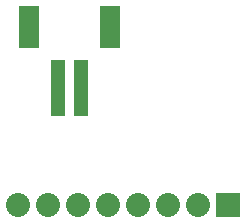
<source format=gbs>
G75*
G70*
%OFA0B0*%
%FSLAX24Y24*%
%IPPOS*%
%LPD*%
%AMOC8*
5,1,8,0,0,1.08239X$1,22.5*
%
%ADD10R,0.0800X0.0800*%
%ADD11C,0.0800*%
%ADD12R,0.0474X0.1891*%
%ADD13R,0.0710X0.1419*%
D10*
X007702Y001772D03*
D11*
X000702Y001772D03*
X001702Y001772D03*
X002702Y001772D03*
X003702Y001772D03*
X004702Y001772D03*
X005702Y001772D03*
X006702Y001772D03*
D12*
X002815Y005655D03*
X002028Y005655D03*
D13*
X001083Y007702D03*
X003760Y007702D03*
M02*

</source>
